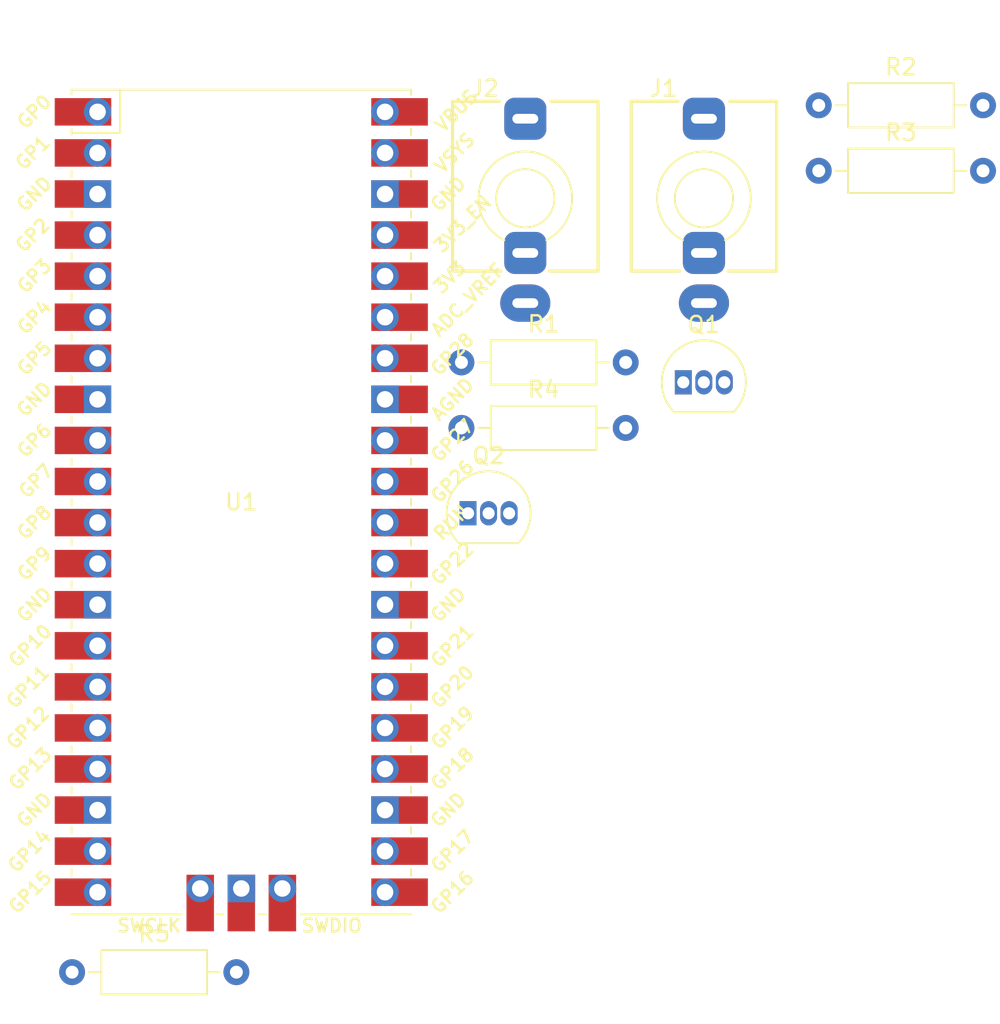
<source format=kicad_pcb>
(kicad_pcb (version 20211014) (generator pcbnew)
  (layers (0 "F.Cu" signal) (31 "B.Cu" signal) (34 "B.Paste" user) (35 "F.Paste" user) (36 "B.SilkS" user "B.Silkscreen") (37 "F.SilkS" user "F.Silkscreen") (38 "B.Mask" user) (39 "F.Mask" user) (44 "Edge.Cuts" user))
  (net 0 "")
  (net 1 "Net-(J1-PadT)")
  (net 2 "GND")
  (net 4 "Net-(J2-PadT)")
  (net 6 "Net-(Q1-Pad1)")
  (net 7 "Net-(Q1-Pad2)")
  (net 8 "Net-(Q2-Pad1)")
  (net 9 "Net-(Q2-Pad2)")
  (net 10 "+5V")
  (net 11 "Net-(R5-Pad2)")
  (net 45 "+3.3V")
  (footprint "AudioJacks:Jack_3.5mm_QingPu_WQP-PJ398SM_Vertical" (layer "F.Cu") (at 128 70.54)
    (fp_text reference "J2" (at -2.5 -6.8) (layer "F.SilkS"))
    (fp_text value "AudioJack2_SwitchT")
    (fp_line (start 4.5 4.5) (end 4.5 -6) (layer "F.SilkS") (width 0.2))
    (fp_line (start 1.6 -6) (end 4.5 -6) (layer "F.SilkS") (width 0.2))
    (fp_line (start -4.5 -6) (end -1.6 -6) (layer "F.SilkS") (width 0.2))
    (fp_line (start -4.5 4.5) (end -1.5 4.5) (layer "F.SilkS") (width 0.2))
    (fp_line (start -4.5 4.5) (end -4.5 -6) (layer "F.SilkS") (width 0.2))
    (fp_line (start 1.5 4.5) (end 4.5 4.5) (layer "F.SilkS") (width 0.2))
    (fp_arc (start 0 -2.895) (mid 2.817353 -0.665994) (end 1.296263 2.588577) (layer "F.SilkS") (width 0.12))
    (fp_arc (start -1.296263 2.588577) (mid -2.817353 -0.665994) (end 0 -2.895) (layer "F.SilkS") (width 0.12))
    (fp_circle (center 0 0) (end -1.8 0) (layer "F.SilkS") (width 0.12) (fill none))
    (pad "S" thru_hole oval locked (at 0 6.48) (size 3.1 2.3) (drill oval 1.6 0.6) (layers *.Cu *.Mask) (net 2 "GND"))
    (pad "T" thru_hole roundrect locked (at 0 -4.92) (size 2.6 2.6) (drill oval 1.6 0.6) (layers *.Cu *.Mask) (net 4 "Net-(J2-PadT)"))
    (pad "TN" thru_hole roundrect locked (at 0 3.38) (size 2.6 2.6) (drill oval 1.6 0.6) (layers *.Cu *.Mask))
  )
  (footprint "Package_TO_SOT_THT:TO-92_Inline" (layer "F.Cu") (at 124.46 90.02)
    (fp_text reference "Q2" (at 1.27 -3.56) (layer "F.SilkS"))
    (fp_text value "BC547")
    (fp_line (start -0.53 1.85) (end 3.07 1.85) (layer "F.SilkS") (width 0.12))
    (fp_arc (start -0.568478 1.838478) (mid -1.132087 -0.994977) (end 1.27 -2.6) (layer "F.SilkS") (width 0.12))
    (fp_arc (start 1.27 -2.6) (mid 3.672087 -0.994977) (end 3.108478 1.838478) (layer "F.SilkS") (width 0.12))
    (pad "1" thru_hole rect (at 0 0) (size 1.05 1.5) (drill 0.75) (layers *.Cu *.Mask) (net 8 "Net-(Q2-Pad1)"))
    (pad "2" thru_hole oval (at 1.27 0) (size 1.05 1.5) (drill 0.75) (layers *.Cu *.Mask) (net 9 "Net-(Q2-Pad2)"))
    (pad "3" thru_hole oval (at 2.54 0) (size 1.05 1.5) (drill 0.75) (layers *.Cu *.Mask) (net 2 "GND"))
  )
  (footprint "Resistor_THT:R_Axial_DIN0207_L6.3mm_D2.5mm_P10.16mm_Horizontal" (layer "F.Cu") (at 146.15 64.79)
    (fp_text reference "R2" (at 5.08 -2.37) (layer "F.SilkS"))
    (fp_text value "10k")
    (fp_line (start 1.04 0) (end 1.81 0) (layer "F.SilkS") (width 0.12))
    (fp_line (start 1.81 -1.37) (end 1.81 1.37) (layer "F.SilkS") (width 0.12))
    (fp_line (start 9.12 0) (end 8.35 0) (layer "F.SilkS") (width 0.12))
    (fp_line (start 8.35 1.37) (end 8.35 -1.37) (layer "F.SilkS") (width 0.12))
    (fp_line (start 1.81 1.37) (end 8.35 1.37) (layer "F.SilkS") (width 0.12))
    (fp_line (start 8.35 -1.37) (end 1.81 -1.37) (layer "F.SilkS") (width 0.12))
    (pad "1" thru_hole circle (at 0 0) (size 1.6 1.6) (drill 0.8) (layers *.Cu *.Mask) (net 4 "Net-(J2-PadT)"))
    (pad "2" thru_hole oval (at 10.16 0) (size 1.6 1.6) (drill 0.8) (layers *.Cu *.Mask) (net 9 "Net-(Q2-Pad2)"))
  )
  (footprint "Resistor_THT:R_Axial_DIN0207_L6.3mm_D2.5mm_P10.16mm_Horizontal" (layer "F.Cu") (at 124.05 80.69)
    (fp_text reference "R1" (at 5.08 -2.37) (layer "F.SilkS"))
    (fp_text value "1k")
    (fp_line (start 8.35 1.37) (end 8.35 -1.37) (layer "F.SilkS") (width 0.12))
    (fp_line (start 1.81 -1.37) (end 1.81 1.37) (layer "F.SilkS") (width 0.12))
    (fp_line (start 9.12 0) (end 8.35 0) (layer "F.SilkS") (width 0.12))
    (fp_line (start 1.81 1.37) (end 8.35 1.37) (layer "F.SilkS") (width 0.12))
    (fp_line (start 1.04 0) (end 1.81 0) (layer "F.SilkS") (width 0.12))
    (fp_line (start 8.35 -1.37) (end 1.81 -1.37) (layer "F.SilkS") (width 0.12))
    (pad "1" thru_hole circle (at 0 0) (size 1.6 1.6) (drill 0.8) (layers *.Cu *.Mask) (net 1 "Net-(J1-PadT)"))
    (pad "2" thru_hole oval (at 10.16 0) (size 1.6 1.6) (drill 0.8) (layers *.Cu *.Mask) (net 6 "Net-(Q1-Pad1)"))
  )
  (footprint "Resistor_THT:R_Axial_DIN0207_L6.3mm_D2.5mm_P10.16mm_Horizontal" (layer "F.Cu") (at 99.97 118.4)
    (fp_text reference "R5" (at 5.08 -2.37) (layer "F.SilkS"))
    (fp_text value "2k2")
    (fp_line (start 9.12 0) (end 8.35 0) (layer "F.SilkS") (width 0.12))
    (fp_line (start 1.81 -1.37) (end 1.81 1.37) (layer "F.SilkS") (width 0.12))
    (fp_line (start 1.04 0) (end 1.81 0) (layer "F.SilkS") (width 0.12))
    (fp_line (start 8.35 -1.37) (end 1.81 -1.37) (layer "F.SilkS") (width 0.12))
    (fp_line (start 8.35 1.37) (end 8.35 -1.37) (layer "F.SilkS") (width 0.12))
    (fp_line (start 1.81 1.37) (end 8.35 1.37) (layer "F.SilkS") (width 0.12))
    (pad "1" thru_hole circle (at 0 0) (size 1.6 1.6) (drill 0.8) (layers *.Cu *.Mask) (net 7 "Net-(Q1-Pad2)"))
    (pad "2" thru_hole oval (at 10.16 0) (size 1.6 1.6) (drill 0.8) (layers *.Cu *.Mask) (net 11 "Net-(R5-Pad2)"))
  )
  (footprint "MCU_RaspberryPi_and_Boards:RPi_Pico_SMD_TH" (layer "F.Cu") (at 110.435 89.325)
    (fp_text reference "U1" (at 0 0) (layer "F.SilkS"))
    (fp_text value "Pico")
    (fp_text user "GP5" (at -12.8 -8.89 45) (layer "F.SilkS") (effects (font (size 0.8 0.8))))
    (fp_text user "GND" (at 12.8 6.35 45) (layer "F.SilkS") (effects (font (size 0.8 0.8))))
    (fp_text user "SWDIO" (at 5.6 26.2) (layer "F.SilkS") (effects (font (size 0.8 0.8))))
    (fp_text user "GP2" (at -12.9 -16.51 45) (layer "F.SilkS") (effects (font (size 0.8 0.8))))
    (fp_text user "GP10" (at -13.054 8.89 45) (layer "F.SilkS") (effects (font (size 0.8 0.8))))
    (fp_text user "GP17" (at 13.054 21.59 45) (layer "F.SilkS") (effects (font (size 0.8 0.8))))
    (fp_text user "GP22" (at 13.054 3.81 45) (layer "F.SilkS") (effects (font (size 0.8 0.8))))
    (fp_text user "VSYS" (at 13.2 -21.59 45) (layer "F.SilkS") (effects (font (size 0.8 0.8))))
    (fp_text user "GND" (at 12.8 19.05 45) (layer "F.SilkS") (effects (font (size 0.8 0.8))))
    (fp_text user "GND" (at -12.8 -19.05 45) (layer "F.SilkS") (effects (font (size 0.8 0.8))))
    (fp_text user "GP18" (at 13.054 16.51 45) (layer "F.SilkS") (effects (font (size 0.8 0.8))))
    (fp_text user "GP0" (at -12.8 -24.13 45) (layer "F.SilkS") (effects (font (size 0.8 0.8))))
    (fp_text user "GP28" (at 13.054 -9.144 45) (layer "F.SilkS") (effects (font (size 0.8 0.8))))
    (fp_text user "GP11" (at -13.2 11.43 45) (layer "F.SilkS") (effects (font (size 0.8 0.8))))
    (fp_text user "GP20" (at 13.054 11.43 45) (layer "F.SilkS") (effects (font (size 0.8 0.8))))
    (fp_text user "GP7" (at -12.7 -1.3 45) (layer "F.SilkS") (effects (font (size 0.8 0.8))))
    (fp_text user "3V3" (at 12.9 -13.9 45) (layer "F.SilkS") (effects (font (size 0.8 0.8))))
    (fp_text user "GP3" (at -12.8 -13.97 45) (layer "F.SilkS") (effects (font (size 0.8 0.8))))
    (fp_text user "GP4" (at -12.8 -11.43 45) (layer "F.SilkS") (effects (font (size 0.8 0.8))))
    (fp_text user "VBUS" (at 13.3 -24.2 45) (layer "F.SilkS") (effects (font (size 0.8 0.8))))
    (fp_text user "GP6" (at -12.8 -3.81 45) (layer "F.SilkS") (effects (font (size 0.8 0.8))))
    (fp_text user "AGND" (at 13.054 -6.35 45) (layer "F.SilkS") (effects (font (size 0.8 0.8))))
    (fp_text user "GND" (at -12.8 -6.35 45) (layer "F.SilkS") (effects (font (size 0.8 0.8))))
    (fp_text user "GP26" (at 13.054 -1.27 45) (layer "F.SilkS") (effects (font (size 0.8 0.8))))
    (fp_text user "GP1" (at -12.9 -21.6 45) (layer "F.SilkS") (effects (font (size 0.8 0.8))))
    (fp_text user "GP13" (at -13.054 16.51 45) (layer "F.SilkS") (effects (font (size 0.8 0.8))))
    (fp_text user "GP14" (at -13.1 21.59 45) (layer "F.SilkS") (effects (font (size 0.8 0.8))))
    (fp_text user "GND" (at -12.8 6.35 45) (layer "F.SilkS") (effects (font (size 0.8 0.8))))
    (fp_text user "GP19" (at 13.054 13.97 45) (layer "F.SilkS") (effects (font (size 0.8 0.8))))
    (fp_text user "GP15" (at -13.054 24.13 45) (layer "F.SilkS") (effects (font (size 0.8 0.8))))
    (fp_text user "ADC_VREF" (at 14 -12.5 45) (layer "F.SilkS") (effects (font (size 0.8 0.8))))
    (fp_text user "GP9" (at -12.8 3.81 45) (layer "F.SilkS") (effects (font (size 0.8 0.8))))
    (fp_text user "GND" (at -12.8 19.05 45) (layer "F.SilkS") (effects (font (size 0.8 0.8))))
    (fp_text user "GP8" (at -12.8 1.27 45) (layer "F.SilkS") (effects (font (size 0.8 0.8))))
    (fp_text user "SWCLK" (at -5.7 26.2) (layer "F.SilkS") (effects (font (size 0.8 0.8))))
    (fp_text user "GP16" (at 13.054 24.13 45) (layer "F.SilkS") (effects (font (size 0.8 0.8))))
    (fp_text user "GP12" (at -13.2 13.97 45) (layer "F.SilkS") (effects (font (size 0.8 0.8))))
    (fp_text user "RUN" (at 13 1.27 45) (layer "F.SilkS") (effects (font (size 0.8 0.8))))
    (fp_text user "3V3_EN" (at 13.7 -17.2 45) (layer "F.SilkS") (effects (font (size 0.8 0.8))))
    (fp_text user "GP27" (at 13.054 -3.8 45) (layer "F.SilkS") (effects (font (size 0.8 0.8))))
    (fp_text user "GP21" (at 13.054 8.9 45) (layer "F.SilkS") (effects (font (size 0.8 0.8))))
    (fp_text user "GND" (at 12.8 -19.05 45) (layer "F.SilkS") (effects (font (size 0.8 0.8))))
    (fp_line (start 10.5 -25.5) (end 10.5 -25.2) (layer "F.SilkS") (width 0.12))
    (fp_line (start -10.5 -5.3) (end -10.5 -4.9) (layer "F.SilkS") (width 0.12))
    (fp_line (start 10.5 12.5) (end 10.5 12.9) (layer "F.SilkS") (width 0.12))
    (fp_line (start -10.5 17.6) (end -10.5 18) (layer "F.SilkS") (width 0.12))
    (fp_line (start -10.5 2.3) (end -10.5 2.7) (layer "F.SilkS") (width 0.12))
    (fp_line (start 10.5 -20.5) (end 10.5 -20.1) (layer "F.SilkS") (width 0.12))
    (fp_line (start 10.5 4.9) (end 10.5 5.3) (layer "F.SilkS") (width 0.12))
    (fp_line (start 1.1 25.5) (end 1.5 25.5) (layer "F.SilkS") (width 0.12))
    (fp_line (start 10.5 15.1) (end 10.5 15.5) (layer "F.SilkS") (width 0.12))
    (fp_line (start -10.5 -18) (end -10.5 -17.6) (layer "F.SilkS") (width 0.12))
    (fp_line (start -10.5 10) (end -10.5 10.4) (layer "F.SilkS") (width 0.12))
    (fp_line (start 10.5 20.1) (end 10.5 20.5) (layer "F.SilkS") (width 0.12))
    (fp_line (start -10.5 4.9) (end -10.5 5.3) (layer "F.SilkS") (width 0.12))
    (fp_line (start 10.5 -5.3) (end 10.5 -4.9) (layer "F.SilkS") (width 0.12))
    (fp_line (start -10.5 20.1) (end -10.5 20.5) (layer "F.SilkS") (width 0.12))
    (fp_line (start 10.5 -12.9) (end 10.5 -12.5) (layer "F.SilkS") (width 0.12))
    (fp_line (start -10.5 -0.2) (end -10.5 0.2) (layer "F.SilkS") (width 0.12))
    (fp_line (start -10.5 22.7) (end -10.5 23.1) (layer "F.SilkS") (width 0.12))
    (fp_line (start -10.5 -12.9) (end -10.5 -12.5) (layer "F.SilkS") (width 0.12))
    (fp_line (start 10.5 10) (end 10.5 10.4) (layer "F.SilkS") (width 0.12))
    (fp_line (start -10.5 -2.7) (end -10.5 -2.3) (layer "F.SilkS") (width 0.12))
    (fp_line (start -7.493 -22.833) (end -7.493 -25.5) (layer "F.SilkS") (width 0.12))
    (fp_line (start -10.5 -15.4) (end -10.5 -15) (layer "F.SilkS") (width 0.12))
    (fp_line (start -10.5 -7.8) (end -10.5 -7.4) (layer "F.SilkS") (width 0.12))
    (fp_line (start 10.5 7.4) (end 10.5 7.8) (layer "F.SilkS") (width 0.12))
    (fp_line (start -10.5 12.5) (end -10.5 12.9) (layer "F.SilkS") (width 0.12))
    (fp_line (start -10.5 15.1) (end -10.5 15.5) (layer "F.SilkS") (width 0.12))
    (fp_line (start 10.5 -15.4) (end 10.5 -15) (layer "F.SilkS") (width 0.12))
    (fp_line (start 10.5 -7.8) (end 10.5 -7.4) (layer "F.SilkS") (width 0.12))
    (fp_line (start -10.5 -25.5) (end -10.5 -25.2) (layer "F.SilkS") (width 0.12))
    (fp_line (start 10.5 25.5) (end 3.7 25.5) (layer "F.SilkS") (width 0.12))
    (fp_line (start 10.5 22.7) (end 10.5 23.1) (layer "F.SilkS") (width 0.12))
    (fp_line (start 10.5 2.3) (end 10.5 2.7) (layer "F.SilkS") (width 0.12))
    (fp_line (start -10.5 7.4) (end -10.5 7.8) (layer "F.SilkS") (width 0.12))
    (fp_line (start -10.5 -20.5) (end -10.5 -20.1) (layer "F.SilkS") (width 0.12))
    (fp_line (start 10.5 -18) (end 10.5 -17.6) (layer "F.SilkS") (width 0.12))
    (fp_line (start 10.5 -23.1) (end 10.5 -22.7) (layer "F.SilkS") (width 0.12))
    (fp_line (start -10.5 -10.4) (end -10.5 -10) (layer "F.SilkS") (width 0.12))
    (fp_line (start -3.7 25.5) (end -10.5 25.5) (layer "F.SilkS") (width 0.12))
    (fp_line (start 10.5 -10.4) (end 10.5 -10) (layer "F.SilkS") (width 0.12))
    (fp_line (start -1.5 25.5) (end -1.1 25.5) (layer "F.SilkS") (width 0.12))
    (fp_line (start 10.5 -2.7) (end 10.5 -2.3) (layer "F.SilkS") (width 0.12))
    (fp_line (start -10.5 -22.833) (end -7.493 -22.833) (layer "F.SilkS") (width 0.12))
    (fp_line (start -10.5 -23.1) (end -10.5 -22.7) (layer "F.SilkS") (width 0.12))
    (fp_line (start 10.5 17.6) (end 10.5 18) (layer "F.SilkS") (width 0.12))
    (fp_line (start -10.5 -25.5) (end 10.5 -25.5) (layer "F.SilkS") (width 0.12))
    (fp_line (start 10.5 -0.2) (end 10.5 0.2) (layer "F.SilkS") (width 0.12))
    (pad "" np_thru_hole oval (at -2.425 -20.97) (size 1.5 1.5) (drill 1.5) (layers *.Cu *.Mask))
    (pad "" np_thru_hole oval (at -2.725 -24) (size 1.8 1.8) (drill 1.8) (layers *.Cu *.Mask))
    (pad "" np_thru_hole oval (at 2.425 -20.97) (size 1.5 1.5) (drill 1.5) (layers *.Cu *.Mask))
    (pad "" np_thru_hole oval (at 2.725 -24) (size 1.8 1.8) (drill 1.8) (layers *.Cu *.Mask))
    (pad "1" smd rect (at -8.89 -24.13) (size 3.5 1.7) (drill (offset -0.9 0)) (layers "F.Cu" "F.Mask"))
    (pad "1" thru_hole oval (at -8.89 -24.13) (size 1.7 1.7) (drill 1.02) (layers *.Cu *.Mask))
    (pad "2" thru_hole oval (at -8.89 -21.59) (size 1.7 1.7) (drill 1.02) (layers *.Cu *.Mask))
    (pad "2" smd rect (at -8.89 -21.59) (size 3.5 1.7) (drill (offset -0.9 0)) (layers "F.Cu" "F.Mask"))
    (pad "3" thru_hole rect (at -8.89 -19.05) (size 1.7 1.7) (drill 1.02) (layers *.Cu *.Mask))
    (pad "3" smd rect (at -8.89 -19.05) (size 3.5 1.7) (drill (offset -0.9 0)) (layers "F.Cu" "F.Mask"))
    (pad "4" smd rect (at -8.89 -16.51) (size 3.5 1.7) (drill (offset -0.9 0)) (layers "F.Cu" "F.Mask"))
    (pad "4" thru_hole oval (at -8.89 -16.51) (size 1.7 1.7) (drill 1.02) (layers *.Cu *.Mask))
    (pad "5" smd rect (at -8.89 -13.97) (size 3.5 1.7) (drill (offset -0.9 0)) (layers "F.Cu" "F.Mask"))
    (pad "5" thru_hole oval (at -8.89 -13.97) (size 1.7 1.7) (drill 1.02) (layers *.Cu *.Mask))
    (pad "6" smd rect (at -8.89 -11.43) (size 3.5 1.7) (drill (offset -0.9 0)) (layers "F.Cu" "F.Mask"))
    (pad "6" thru_hole oval (at -8.89 -11.43) (size 1.7 1.7) (drill 1.02) (layers *.Cu *.Mask))
    (pad "7" smd rect (at -8.89 -8.89) (size 3.5 1.7) (drill (offset -0.9 0)) (layers "F.Cu" "F.Mask"))
    (pad "7" thru_hole oval (at -8.89 -8.89) (size 1.7 1.7) (drill 1.02) (layers *.Cu *.Mask))
    (pad "8" thru_hole rect (at -8.89 -6.35) (size 1.7 1.7) (drill 1.02) (layers *.Cu *.Mask))
    (pad "8" smd rect (at -8.89 -6.35) (size 3.5 1.7) (drill (offset -0.9 0)) (layers "F.Cu" "F.Mask"))
    (pad "9" thru_hole oval (at -8.89 -3.81) (size 1.7 1.7) (drill 1.02) (layers *.Cu *.Mask) (net 8 "Net-(Q2-Pad1)"))
    (pad "9" smd rect (at -8.89 -3.81) (size 3.5 1.7) (drill (offset -0.9 0)) (layers "F.Cu" "F.Mask") (net 8 "Net-(Q2-Pad1)"))
    (pad "10" smd rect (at -8.89 -1.27) (size 3.5 1.7) (drill (offset -0.9 0)) (layers "F.Cu" "F.Mask"))
    (pad "10" thru_hole oval (at -8.89 -1.27) (size 1.7 1.7) (drill 1.02) (layers *.Cu *.Mask))
    (pad "11" thru_hole oval (at -8.89 1.27) (size 1.7 1.7) (drill 1.02) (layers *.Cu *.Mask))
    (pad "11" smd rect (at -8.89 1.27) (size 3.5 1.7) (drill (offset -0.9 0)) (layers "F.Cu" "F.Mask"))
    (pad "12" smd rect (at -8.89 3.81) (size 3.5 1.7) (drill (offset -0.9 0)) (layers "F.Cu" "F.Mask"))
    (pad "12" thru_hole oval (at -8.89 3.81) (size 1.7 1.7) (drill 1.02) (layers *.Cu *.Mask))
    (pad "13" smd rect (at -8.89 6.35) (size 3.5 1.7) (drill (offset -0.9 0)) (layers "F.Cu" "F.Mask"))
    (pad "13" thru_hole rect (at -8.89 6.35) (size 1.7 1.7) (drill 1.02) (layers *.Cu *.Mask))
    (pad "14" thru_hole oval (at -8.89 8.89) (size 1.7 1.7) (drill 1.02) (layers *.Cu *.Mask))
    (pad "14" smd rect (at -8.89 8.89) (size 3.5 1.7) (drill (offset -0.9 0)) (layers "F.Cu" "F.Mask"))
    (pad "15" thru_hole oval (at -8.89 11.43) (size 1.7 1.7) (drill 1.02) (layers *.Cu *.Mask))
    (pad "15" smd rect (at -8.89 11.43) (size 3.5 1.7) (drill (offset -0.9 0)) (layers "F.Cu" "F.Mask"))
    (pad "16" thru_hole oval (at -8.89 13.97) (size 1.7 1.7) (drill 1.02) (layers *.Cu *.Mask))
    (pad "16" smd rect (at -8.89 13.97) (size 3.5 1.7) (drill (offset -0.9 0)) (layers "F.Cu" "F.Mask"))
    (pad "17" smd rect (at -8.89 16.51) (size 3.5 1.7) (drill (offset -0.9 0)) (layers "F.Cu" "F.Mask"))
    (pad "17" thru_hole oval (at -8.89 16.51) (size 1.7 1.7) (drill 1.02) (layers *.Cu *.Mask))
    (pad "18" smd rect (at -8.89 19.05) (size 3.5 1.7) (drill (offset -0.9 0)) (layers "F.Cu" "F.Mask"))
    (pad "18" thru_hole rect (at -8.89 19.05) (size 1.7 1.7) (drill 1.02) (layers *.Cu *.Mask))
    (pad "19" smd rect (at -8.89 21.59) (size 3.5 1.7) (drill (offset -0.9 0)) (layers "F.Cu" "F.Mask") (net 11 "Net-(R5-Pad2)"))
    (pad "19" thru_hole oval (at -8.89 21.59) (size 1.7 1.7) (drill 1.02) (layers *.Cu *.Mask) (net 11 "Net-(R5-Pad2)"))
    (pad "20" thru_hole oval (at -8.89 24.13) (size 1.7 1.7) (drill 1.02) (layers *.Cu *.Mask))
    (pad "20" smd rect (at -8.89 24.13) (size 3.5 1.7) (drill (offset -0.9 0)) (layers "F.Cu" "F.Mask"))
    (pad "21" thru_hole oval (at 8.89 24.13) (size 1.7 1.7) (drill 1.02) (layers *.Cu *.Mask))
    (pad "21" smd rect (at 8.89 24.13) (size 3.5 1.7) (drill (offset 0.9 0)) (layers "F.Cu" "F.Mask"))
    (pad "22" thru_hole oval (at 8.89 21.59) (size 1.7 1.7) (drill 1.02) (layers *.Cu *.Mask))
    (pad "22" smd rect (at 8.89 21.59) (size 3.5 1.7) (drill (offset 0.9 0)) (layers "F.Cu" "F.Mask"))
    (pad "23" thru_hole rect (at 8.89 19.05) (size 1.7 1.7) (drill 1.02) (layers *.Cu *.Mask))
    (pad "23" smd rect (at 8.89 19.05) (size 3.5 1.7) (drill (offset 0.9 0)) (layers "F.Cu" "F.Mask"))
    (pad "24" thru_hole oval (at 8.89 16.51) (size 1.7 1.7) (drill 1.02) (layers *.Cu *.Mask))
    (pad "24" smd rect (at 8.89 16.51) (size 3.5 1.7) (drill (offset 0.9 0)) (layers "F.Cu" "F.Mask"))
    (pad "25" thru_hole oval (at 8.89 13.97) (size 1.7 1.7) (drill 1.02) (layers *.Cu *.Mask))
    (pad "25" smd rect (at 8.89 13.97) (size 3.5 1.7) (drill (offset 0.9 0)) (layers "F.Cu" "F.Mask"))
    (pad "26" thru_hole oval (at 8.89 11.43) (size 1.7 1.7) (drill 1.02) (layers *.Cu *.Mask))
    (pad "26" smd rect (at 8.89 11.43) (size 3.5 1.7) (drill (offset 0.9 0)) (layers "F.Cu" "F.Mask"))
    (pad "27" thru_hole oval (at 8.89 8.89) (size 1.7 1.7) (drill 1.02) (layers *.Cu *.Mask))
    (pad "27" smd rect (at 8.89 8.89) (size 3.5 1.7) (drill (offset 0.9 0)) (layers "F.Cu" "F.Mask"))
    (pad "28" smd rect (at 8.89 6.35) (size 3.5 1.7) (drill (offset 0.9 0)) (layers "F.Cu" "F.Mask"))
    (pad "28" thru_hole rect (at 8.89 6.35) (size 1.7 1.7) (drill 1.02) (layers *.Cu *.Mask))
    (pad "29" thru_hole oval (at 8.89 3.81) (size 1.7 1.7) (drill 1.02) (layers *.Cu *.Mask))
    (pad "29" smd rect (at 8.89 3.81) (size 3.5 1.7) (drill (offset 0.9 0)) (layers "F.Cu" "F.Mask"))
    (pad "30" smd rect (at 8.89 1.27) (size 3.5 1.7) (drill (offset 0.9 0)) (layers "F.Cu" "F.Mask"))
    (pad "30" thru_hole oval (at 8.89 1.27) (size 1.7 1.7) (drill 1.02) (layers *.Cu *.Mask))
    (pad "31" smd rect (at 8.89 -1.27) (size 3.5 1.7) (drill (offset 0.9 0)) (layers "F.Cu" "F.Mask"))
    (pad "31" thru_hole oval (at 8.89 -1.27) (size 1.7 1.7) (drill 1.02) (layers *.Cu *.Mask))
    (pad "32" thru_hole oval (at 8.89 -3.81) (size 1.7 1.7) (drill 1.02) (layers *.Cu *.Mask))
    (pad "32" smd rect (at 8.89 -3.81) (size 3.5 1.7) (drill (offset 0.9 0)) (layers "F.Cu" "F.Mask"))
    (pad "33" smd rect (at 8.89 -6.35) (size 3.5 1.7) (drill (offset 0.9 0)) (layers "F.Cu" "F.Mask"))
    (pad "33" thru_hole rect (at 8.89 -6.35) (size 1.7 1.7) (drill 1.02) (layers *.Cu *.Mask))
    (pad "34" thru_hole oval (at 8.89 -8.89) (size 1.7 1.7) (drill 1.02) (layers *.Cu *.Mask))
    (pad "34" smd rect (at 8.89 -8.89) (size 3.5 1.7) (drill (offset 0.9 0)) (layers "F.Cu" "F.Mask"))
    (pad "35" thru_hole oval (at 8.89 -11.43) (size 1.7 1.7) (drill 1.02) (layers *.Cu *.Mask))
    (pad "35" smd rect (at 8.89 -11.43) (size 3.5 1.7) (drill (offset 0.9 0)) (layers "F.Cu" "F.Mask"))
    (pad "36" smd rect (at 8.89 -13.97) (size 3.5 1.7) (drill (offset 0.9 0)) (layers "F.Cu" "F.Mask") (net 45 "+3.3V"))
    (pad "36" thru_hole oval (at 8.89 -13.97) (size 1.7 1.7) (drill 1.02) (layers *.Cu *.Mask) (net 45 "+3.3V"))
    (pad "37" smd rect (at 8.89 -16.51) (size 3.5 1.7) (drill (offset 0.9 0)) (layers "F.Cu" "F.Mask"))
    (pad "37" thru_hole oval (at 8.89 -16.51) (size 1.7 1.7) (drill 1.02) (layers *.Cu *.Mask))
    (pad "38" thru_hole rect (at 8.89 -19.05) (size 1.7 1.7) (drill 1.02) (layers *.Cu *.Mask))
    (pad "38" smd rect (at 8.89 -19.05) (size 3.5 1.7) (drill (offset 0.9 0)) (layers "F.Cu" "F.Mask"))
    (pad "39" smd rect (at 8.89 -21.59) (size 3.5 1.7) (drill (offset 0.9 0)) (layers "F.Cu" "F.Mask") (net 10 "+5V"))
    (pad "39" thru_hole oval (at 8.89 -21.59) (size 1.7 1.7) (drill 1.02) (layers *.Cu *.Mask) (net 10 "+5V"))
    (pad "40" thru_hole oval (at 8.89 -24.13) (size 1.7 1.7) (drill 1.02) (layers *.Cu *.Mask) (net 10 "+5V"))
    (pad "40" smd rect (at 8.89 -24.13) (size 3.5 1.7) (drill (offset 0.9 0)) (layers "F.Cu" "F.Mask") (net 10 "+5V"))
    (pad "41" thru_hole oval (at -2.54 23.9) (size 1.7 1.7) (drill 1.02) (layers *.Cu *.Mask))
    (pad "41" smd rect (at -2.54 23.9 90) (size 3.5 1.7) (drill (offset -0.9 0)) (layers "F.Cu" "F.Mask"))
    (pad "42" thru_hole rect (at 0 23.9) (size 1.7 1.7) (drill 1.02) (layers *.Cu *.Mask))
    (pad "42" smd rect (at 0 23.9 90) (size 3.5 1.7) (drill (offset -0.9 0)) (layers "F.Cu" "F.Mask"))
    (pad "43" thru_hole oval (at 2.54 23.9) (size 1.7 1.7) (drill 1.02) (layers *.Cu *.Mask))
    (pad "43" smd rect (at 2.54 23.9 90) (size 3.5 1.7) (drill (offset -0.9 0)) (layers "F.Cu" "F.Mask"))
  )
  (footprint "Package_TO_SOT_THT:TO-92_Inline" (layer "F.Cu") (at 137.77 81.92)
    (fp_text reference "Q1" (at 1.27 -3.56) (layer "F.SilkS"))
    (fp_text value "BC547")
    (fp_line (start -0.53 1.85) (end 3.07 1.85) (layer "F.SilkS") (width 0.12))
    (fp_arc (start 1.27 -2.6) (mid 3.672087 -0.994977) (end 3.108478 1.838478) (layer "F.SilkS") (width 0.12))
    (fp_arc (start -0.568478 1.838478) (mid -1.132087 -0.994977) (end 1.27 -2.6) (layer "F.SilkS") (width 0.12))
    (pad "1" thru_hole rect (at 0 0) (size 1.05 1.5) (drill 0.75) (layers *.Cu *.Mask) (net 6 "Net-(Q1-Pad1)"))
    (pad "2" thru_hole oval (at 1.27 0) (size 1.05 1.5) (drill 0.75) (layers *.Cu *.Mask) (net 7 "Net-(Q1-Pad2)"))
    (pad "3" thru_hole oval (at 2.54 0) (size 1.05 1.5) (drill 0.75) (layers *.Cu *.Mask) (net 2 "GND"))
  )
  (footprint "AudioJacks:Jack_3.5mm_QingPu_WQP-PJ398SM_Vertical" (layer "F.Cu") (at 139.05 70.54)
    (fp_text reference "J1" (at -2.5 -6.8) (layer "F.SilkS"))
    (fp_text value "AudioJack2_SwitchT")
    (fp_line (start -4.5 4.5) (end -4.5 -6) (layer "F.SilkS") (width 0.2))
    (fp_line (start -4.5 4.5) (end -1.5 4.5) (layer "F.SilkS") (width 0.2))
    (fp_line (start 4.5 4.5) (end 4.5 -6) (layer "F.SilkS") (width 0.2))
    (fp_line (start 1.6 -6) (end 4.5 -6) (layer "F.SilkS") (width 0.2))
    (fp_line (start -4.5 -6) (end -1.6 -6) (layer "F.SilkS") (width 0.2))
    (fp_line (start 1.5 4.5) (end 4.5 4.5) (layer "F.SilkS") (width 0.2))
    (fp_arc (start -1.296263 2.588577) (mid -2.817353 -0.665994) (end 0 -2.895) (layer "F.SilkS") (width 0.12))
    (fp_arc (start 0 -2.895) (mid 2.817353 -0.665994) (end 1.296263 2.588577) (layer "F.SilkS") (width 0.12))
    (fp_circle (center 0 0) (end -1.8 0) (layer "F.SilkS") (width 0.12) (fill none))
    (pad "S" thru_hole oval locked (at 0 6.48) (size 3.1 2.3) (drill oval 1.6 0.6) (layers *.Cu *.Mask) (net 2 "GND"))
    (pad "T" thru_hole roundrect locked (at 0 -4.92) (size 2.6 2.6) (drill oval 1.6 0.6) (layers *.Cu *.Mask) (net 1 "Net-(J1-PadT)"))
    (pad "TN" thru_hole roundrect locked (at 0 3.38) (size 2.6 2.6) (drill oval 1.6 0.6) (layers *.Cu *.Mask))
  )
  (footprint "Resistor_THT:R_Axial_DIN0207_L6.3mm_D2.5mm_P10.16mm_Horizontal" (layer "F.Cu") (at 124.05 84.74)
    (fp_text reference "R4" (at 5.08 -2.37) (layer "F.SilkS"))
    (fp_text value "1k")
    (fp_line (start 1.04 0) (end 1.81 0) (layer "F.SilkS") (width 0.12))
    (fp_line (start 8.35 -1.37) (end 1.81 -1.37) (layer "F.SilkS") (width 0.12))
    (fp_line (start 1.81 -1.37) (end 1.81 1.37) (layer "F.SilkS") (width 0.12))
    (fp_line (start 1.81 1.37) (end 8.35 1.37) (layer "F.SilkS") (width 0.12))
    (fp_line (start 8.35 1.37) (end 8.35 -1.37) (layer "F.SilkS") (width 0.12))
    (fp_line (start 9.12 0) (end 8.35 0) (layer "F.SilkS") (width 0.12))
    (pad "1" thru_hole circle (at 0 0) (size 1.6 1.6) (drill 0.8) (layers *.Cu *.Mask) (net 2 "GND"))
    (pad "2" thru_hole oval (at 10.16 0) (size 1.6 1.6) (drill 0.8) (layers *.Cu *.Mask) (net 9 "Net-(Q2-Pad2)"))
  )
  (footprint "Resistor_THT:R_Axial_DIN0207_L6.3mm_D2.5mm_P10.16mm_Horizontal" (layer "F.Cu") (at 146.15 68.84)
    (fp_text reference "R3" (at 5.08 -2.37) (layer "F.SilkS"))
    (fp_text value "10k")
    (fp_line (start 1.81 1.37) (end 8.35 1.37) (layer "F.SilkS") (width 0.12))
    (fp_line (start 1.04 0) (end 1.81 0) (layer "F.SilkS") (width 0.12))
    (fp_line (start 9.12 0) (end 8.35 0) (layer "F.SilkS") (width 0.12))
    (fp_line (start 8.35 -1.37) (end 1.81 -1.37) (layer "F.SilkS") (width 0.12))
    (fp_line (start 8.35 1.37) (end 8.35 -1.37) (layer "F.SilkS") (width 0.12))
    (fp_line (start 1.81 -1.37) (end 1.81 1.37) (layer "F.SilkS") (width 0.12))
    (pad "1" thru_hole circle (at 0 0) (size 1.6 1.6) (drill 0.8) (layers *.Cu *.Mask) (net 10 "+5V"))
    (pad "2" thru_hole oval (at 10.16 0) (size 1.6 1.6) (drill 0.8) (layers *.Cu *.Mask) (net 6 "Net-(Q1-Pad1)"))
  )
)
</source>
